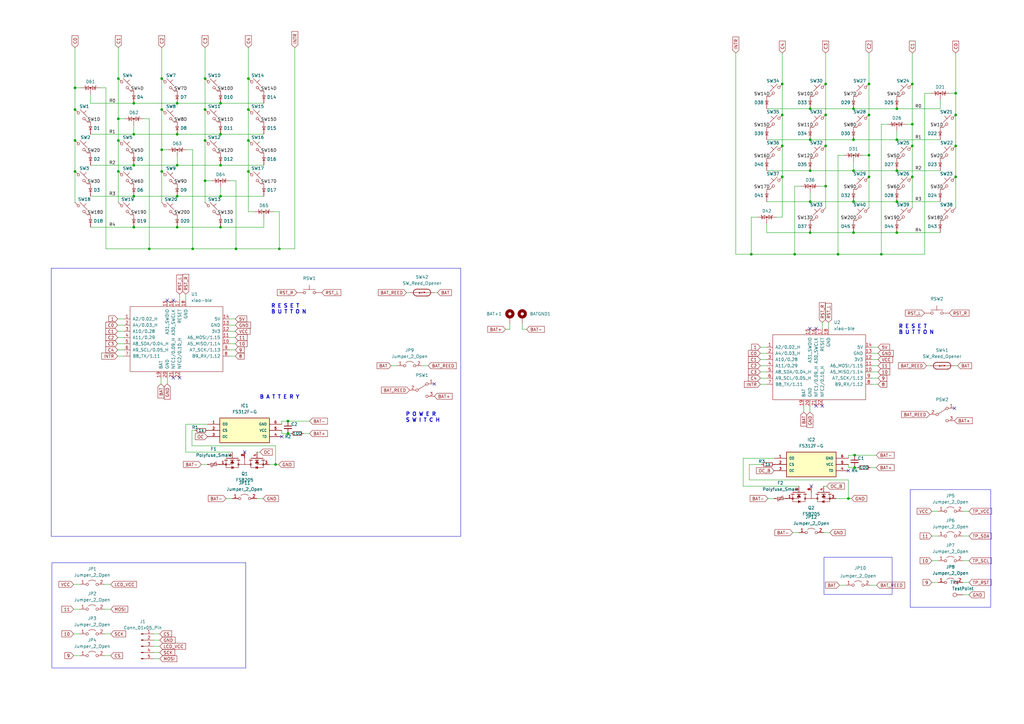
<source format=kicad_sch>
(kicad_sch (version 20230121) (generator eeschema)
  (paper "A3")
  (junction (at 374.19 50.95))
  (junction (at 350.52 191.77))
  (junction (at 90.45 80.48))
  (junction (at 356.41 47.14))
  (junction (at 30.76 36.03))
  (junction (at 361.49 104.29))
  (junction (at 308.15 104.29))
  (junction (at 325.93 104.29))
  (junction (at 332.28 57.3))
  (junction (at 338.63 47.14))
  (junction (at 66.32 44.92))
  (junction (at 118.11 172.72))
  (junction (at 90.45 55.08))
  (junction (at 30.76 57.62))
  (junction (at 356.41 34.44))
  (junction (at 367.84 44.6))
  (junction (at 48.54 48.73))
  (junction (at 48.54 70.32))
  (junction (at 347.98 204.47))
  (junction (at 66.32 70.32))
  (junction (at 48.54 57.62))
  (junction (at 332.28 95.4))
  (junction (at 101.88 70.32))
  (junction (at 374.19 34.44))
  (junction (at 79.02 102.07))
  (junction (at 367.84 57.3))
  (junction (at 72.67 42.38))
  (junction (at 367.84 70))
  (junction (at 101.88 57.62))
  (junction (at 320.85 59.84))
  (junction (at 84.1 74.13))
  (junction (at 338.63 34.44))
  (junction (at 332.28 44.6))
  (junction (at 320.85 34.44))
  (junction (at 90.45 93.18))
  (junction (at 113.03 190.5))
  (junction (at 391.97 72.54))
  (junction (at 350.06 44.6))
  (junction (at 48.54 32.22))
  (junction (at 391.97 38.25))
  (junction (at 374.19 72.54))
  (junction (at 114.58 102.07))
  (junction (at 332.28 70))
  (junction (at 350.06 70))
  (junction (at 118.11 177.8))
  (junction (at 54.89 67.78))
  (junction (at 54.89 55.08))
  (junction (at 350.52 186.69))
  (junction (at 320.85 47.14))
  (junction (at 90.45 67.78))
  (junction (at 61.24 102.07))
  (junction (at 350.06 82.7))
  (junction (at 54.89 80.48))
  (junction (at 338.63 76.35))
  (junction (at 356.41 63.65))
  (junction (at 84.1 57.62))
  (junction (at 66.32 61.43))
  (junction (at 72.67 67.78))
  (junction (at 367.84 95.4))
  (junction (at 90.45 42.38))
  (junction (at 350.06 57.3))
  (junction (at 54.89 42.38))
  (junction (at 367.84 82.7))
  (junction (at 72.67 80.48))
  (junction (at 101.88 32.22))
  (junction (at 72.67 93.18))
  (junction (at 96.8 102.07))
  (junction (at 391.97 59.84))
  (junction (at 72.67 55.08))
  (junction (at 66.32 32.22))
  (junction (at 343.71 104.29))
  (junction (at 338.63 59.84))
  (junction (at 54.89 93.18))
  (junction (at 332.28 82.7))
  (junction (at 356.41 72.54))
  (junction (at 84.1 44.92))
  (junction (at 320.85 72.54))
  (junction (at 30.76 44.92))
  (junction (at 391.97 47.14))
  (junction (at 84.1 32.22))
  (junction (at 374.19 59.84))
  (junction (at 30.76 70.32))
  (junction (at 350.06 95.4))
  (junction (at 101.88 44.92))
  (no_connect (at 347.98 193.04))
  (no_connect (at 332.74 199.39))
  (no_connect (at 337.27 166.51))
  (no_connect (at 334.73 166.51))
  (no_connect (at 178.16 157.46))
  (no_connect (at 391.48 167.46))
  (no_connect (at 73.66 154.94))
  (no_connect (at 334.73 134.76))
  (no_connect (at 115.57 179.07))
  (no_connect (at 332.19 134.76))
  (no_connect (at 71.12 123.19))
  (no_connect (at 71.12 154.94))
  (no_connect (at 68.58 123.19))
  (no_connect (at 100.33 185.42))
  (wire (pts (xy 115.57 176.53) (xy 115.57 177.8)))
  (wire (pts (xy 360.13 155.08) (xy 357.59 155.08)))
  (wire (pts (xy 66.04 157.48) (xy 66.04 154.94)))
  (wire (pts (xy 30.76 70.32) (xy 30.76 83.02)))
  (wire (pts (xy 325.12 218.44) (xy 327.66 218.44)))
  (wire (pts (xy 360.13 142.38) (xy 357.59 142.38)))
  (wire (pts (xy 339.09 199.39) (xy 337.82 199.39)))
  (wire (pts (xy 350.06 82.7) (xy 332.28 82.7)))
  (wire (pts (xy 54.89 42.38) (xy 72.67 42.38)))
  (wire (pts (xy 311.87 144.92) (xy 314.41 144.92)))
  (wire (pts (xy 101.88 32.22) (xy 101.88 44.92)))
  (wire (pts (xy 394.9 230) (xy 397.44 230)))
  (wire (pts (xy 90.45 80.48) (xy 108.23 80.48)))
  (wire (pts (xy 79.02 102.07) (xy 96.8 102.07)))
  (wire (pts (xy 48.26 140.97) (xy 50.8 140.97)))
  (wire (pts (xy 65.54 270.16) (xy 63 270.16)))
  (wire (pts (xy 382.2 219.84) (xy 384.74 219.84)))
  (wire (pts (xy 66.32 70.32) (xy 66.32 83.02)))
  (wire (pts (xy 66.32 44.92) (xy 66.32 61.43)))
  (wire (pts (xy 72.67 42.38) (xy 90.45 42.38)))
  (wire (pts (xy 48.54 48.73) (xy 51.08 48.73)))
  (wire (pts (xy 61.24 102.07) (xy 79.02 102.07)))
  (wire (pts (xy 367.84 53.49) (xy 367.84 57.3)))
  (wire (pts (xy 301.8 104.29) (xy 308.15 104.29)))
  (wire (pts (xy 96.52 138.43) (xy 93.98 138.43)))
  (wire (pts (xy 30.76 19.52) (xy 30.76 36.03)))
  (wire (pts (xy 374.19 50.95) (xy 374.19 59.84)))
  (wire (pts (xy 96.52 135.89) (xy 93.98 135.89)))
  (wire (pts (xy 37.11 42.38) (xy 54.89 42.38)))
  (wire (pts (xy 304.8 199.39) (xy 327.66 199.39)))
  (wire (pts (xy 339.81 132.22) (xy 339.81 134.76)))
  (wire (pts (xy 356.41 34.44) (xy 356.41 47.14)))
  (wire (pts (xy 37.11 93.18) (xy 54.89 93.18)))
  (wire (pts (xy 114.58 102.07) (xy 120.93 102.07)))
  (wire (pts (xy 320.85 21.74) (xy 320.85 34.44)))
  (wire (pts (xy 308.15 89.05) (xy 310.69 89.05)))
  (wire (pts (xy 382.2 209.68) (xy 384.74 209.68)))
  (wire (pts (xy 361.49 50.95) (xy 364.03 50.95)))
  (wire (pts (xy 360.13 150) (xy 357.59 150)))
  (wire (pts (xy 84.1 74.13) (xy 84.1 83.02)))
  (wire (pts (xy 48.54 32.22) (xy 48.54 48.73)))
  (wire (pts (xy 320.85 34.44) (xy 320.85 47.14)))
  (wire (pts (xy 30.76 57.62) (xy 30.76 70.32)))
  (wire (pts (xy 391.97 38.25) (xy 391.97 47.14)))
  (wire (pts (xy 66.32 61.43) (xy 68.86 61.43)))
  (wire (pts (xy 68.58 157.48) (xy 68.58 154.94)))
  (wire (pts (xy 113.03 190.5) (xy 114.3 190.5)))
  (wire (pts (xy 347.98 191.77) (xy 350.52 191.77)))
  (wire (pts (xy 343.71 63.65) (xy 343.71 104.29)))
  (wire (pts (xy 325.93 76.35) (xy 328.47 76.35)))
  (wire (pts (xy 30.18 260) (xy 32.72 260)))
  (wire (pts (xy 54.89 51.27) (xy 54.89 55.08)))
  (wire (pts (xy 314.96 204.47) (xy 317.5 204.47)))
  (wire (pts (xy 397.44 238.89) (xy 394.9 238.89)))
  (wire (pts (xy 325.93 76.35) (xy 325.93 104.29)))
  (wire (pts (xy 367.84 44.6) (xy 385.62 44.6)))
  (wire (pts (xy 90.45 76.67) (xy 90.45 80.48)))
  (wire (pts (xy 350.06 70) (xy 332.28 70)))
  (wire (pts (xy 325.93 104.29) (xy 343.71 104.29)))
  (wire (pts (xy 48.26 135.89) (xy 50.8 135.89)))
  (wire (pts (xy 76.2 173.99) (xy 85.09 173.99)))
  (wire (pts (xy 350.52 191.77) (xy 351.79 191.77)))
  (wire (pts (xy 367.84 70) (xy 350.06 70)))
  (wire (pts (xy 343.71 63.65) (xy 346.25 63.65)))
  (wire (pts (xy 101.88 57.62) (xy 101.88 70.32)))
  (wire (pts (xy 374.19 21.74) (xy 374.19 34.44)))
  (wire (pts (xy 76.2 120.65) (xy 76.2 123.19)))
  (wire (pts (xy 101.88 70.32) (xy 101.88 86.83)))
  (wire (pts (xy 48.26 130.81) (xy 50.8 130.81)))
  (wire (pts (xy 338.63 34.44) (xy 338.63 47.14)))
  (wire (pts (xy 332.28 78.89) (xy 332.28 82.7)))
  (wire (pts (xy 42.88 249.84) (xy 45.42 249.84)))
  (wire (pts (xy 72.67 63.97) (xy 72.67 67.78)))
  (wire (pts (xy 84.1 32.22) (xy 84.1 44.92)))
  (wire (pts (xy 166.73 120) (xy 168 120)))
  (wire (pts (xy 96.52 143.51) (xy 93.98 143.51)))
  (wire (pts (xy 314.5 91.59) (xy 314.5 95.4)))
  (wire (pts (xy 110.49 190.5) (xy 113.03 190.5)))
  (wire (pts (xy 48.54 48.73) (xy 48.54 57.62)))
  (wire (pts (xy 342.9 204.47) (xy 347.98 204.47)))
  (wire (pts (xy 96.8 74.13) (xy 96.8 102.07)))
  (wire (pts (xy 344.3 240) (xy 346.84 240)))
  (wire (pts (xy 84.1 44.92) (xy 84.1 57.62)))
  (wire (pts (xy 30.18 239.68) (xy 32.72 239.68)))
  (wire (pts (xy 311.87 147.46) (xy 314.41 147.46)))
  (wire (pts (xy 374.19 34.44) (xy 374.19 50.95)))
  (wire (pts (xy 391.97 38.25) (xy 389.43 38.25)))
  (wire (pts (xy 394.9 219.84) (xy 397.44 219.84)))
  (wire (pts (xy 304.8 199.39) (xy 304.8 187.96)))
  (wire (pts (xy 72.67 80.48) (xy 90.45 80.48)))
  (wire (pts (xy 42.88 260) (xy 45.42 260)))
  (wire (pts (xy 308.15 104.29) (xy 325.93 104.29)))
  (wire (pts (xy 113.03 182.88) (xy 113.03 190.5)))
  (wire (pts (xy 343.71 104.29) (xy 361.49 104.29)))
  (wire (pts (xy 90.45 55.08) (xy 108.23 55.08)))
  (wire (pts (xy 54.89 93.18) (xy 72.67 93.18)))
  (wire (pts (xy 338.63 21.74) (xy 338.63 34.44)))
  (wire (pts (xy 338.63 47.14) (xy 338.63 59.84)))
  (wire (pts (xy 367.84 70) (xy 385.62 70)))
  (wire (pts (xy 301.8 21.74) (xy 301.8 104.29)))
  (wire (pts (xy 90.45 93.18) (xy 108.23 93.18)))
  (wire (pts (xy 374.19 50.95) (xy 371.65 50.95)))
  (wire (pts (xy 43.46 102.07) (xy 61.24 102.07)))
  (wire (pts (xy 96.52 130.81) (xy 93.98 130.81)))
  (wire (pts (xy 350.06 57.3) (xy 332.28 57.3)))
  (wire (pts (xy 338.63 76.35) (xy 338.63 85.24)))
  (wire (pts (xy 382.2 230) (xy 384.74 230)))
  (wire (pts (xy 43.46 36.03) (xy 40.92 36.03)))
  (wire (pts (xy 96.52 140.97) (xy 93.98 140.97)))
  (wire (pts (xy 54.89 80.48) (xy 72.67 80.48)))
  (wire (pts (xy 320.85 89.05) (xy 318.31 89.05)))
  (wire (pts (xy 382.2 238.89) (xy 384.74 238.89)))
  (wire (pts (xy 73.66 120.65) (xy 73.66 123.19)))
  (wire (pts (xy 314.5 44.6) (xy 332.28 44.6)))
  (wire (pts (xy 106.68 185.42) (xy 105.41 185.42)))
  (wire (pts (xy 337.27 132.22) (xy 337.27 134.76)))
  (wire (pts (xy 61.24 48.73) (xy 61.24 102.07)))
  (wire (pts (xy 65.54 265.08) (xy 63 265.08)))
  (wire (pts (xy 48.26 138.43) (xy 50.8 138.43)))
  (wire (pts (xy 101.88 44.92) (xy 101.88 57.62)))
  (wire (pts (xy 361.49 104.29) (xy 379.27 104.29)))
  (wire (pts (xy 379.27 38.25) (xy 381.81 38.25)))
  (wire (pts (xy 54.89 67.78) (xy 72.67 67.78)))
  (wire (pts (xy 332.28 95.4) (xy 350.06 95.4)))
  (wire (pts (xy 350.06 95.4) (xy 367.84 95.4)))
  (wire (pts (xy 320.85 47.14) (xy 320.85 59.84)))
  (wire (pts (xy 78.74 176.53) (xy 80.01 176.53)))
  (wire (pts (xy 311.87 155.08) (xy 314.41 155.08)))
  (wire (pts (xy 311.87 150) (xy 314.41 150)))
  (wire (pts (xy 178.16 120) (xy 179.43 120)))
  (wire (pts (xy 347.98 190.5) (xy 347.98 191.77)))
  (wire (pts (xy 160.38 150) (xy 162.92 150)))
  (wire (pts (xy 79.02 61.43) (xy 76.48 61.43)))
  (wire (pts (xy 347.98 196.85) (xy 347.98 204.47)))
  (wire (pts (xy 78.74 176.53) (xy 78.74 182.88)))
  (wire (pts (xy 394.9 243.97) (xy 397.44 243.97)))
  (wire (pts (xy 311.87 152.54) (xy 314.41 152.54)))
  (wire (pts (xy 391.48 150) (xy 392.75 150)))
  (wire (pts (xy 308.15 89.05) (xy 308.15 104.29)))
  (wire (pts (xy 391.97 72.54) (xy 391.97 85.24)))
  (wire (pts (xy 48.54 57.62) (xy 48.54 70.32)))
  (wire (pts (xy 209.12 135.08) (xy 209.12 132.54)))
  (wire (pts (xy 360.13 144.92) (xy 357.59 144.92)))
  (wire (pts (xy 115.57 173.99) (xy 115.57 172.72)))
  (wire (pts (xy 84.1 74.13) (xy 86.64 74.13)))
  (wire (pts (xy 360.13 152.54) (xy 357.59 152.54)))
  (wire (pts (xy 96.8 74.13) (xy 94.26 74.13)))
  (wire (pts (xy 347.98 187.96) (xy 347.98 186.69)))
  (wire (pts (xy 314.5 95.4) (xy 332.28 95.4)))
  (wire (pts (xy 101.88 19.52) (xy 101.88 32.22)))
  (wire (pts (xy 48.26 133.35) (xy 50.8 133.35)))
  (wire (pts (xy 101.88 86.83) (xy 104.42 86.83)))
  (wire (pts (xy 380.05 150) (xy 381.32 150)))
  (wire (pts (xy 30.76 36.03) (xy 30.76 44.92)))
  (wire (pts (xy 175.62 150) (xy 173.08 150)))
  (wire (pts (xy 72.67 55.08) (xy 90.45 55.08)))
  (wire (pts (xy 30.18 249.84) (xy 32.72 249.84)))
  (wire (pts (xy 84.1 57.62) (xy 84.1 74.13)))
  (wire (pts (xy 108.23 89.37) (xy 108.23 93.18)))
  (wire (pts (xy 367.84 82.7) (xy 385.62 82.7)))
  (wire (pts (xy 78.74 182.88) (xy 113.03 182.88)))
  (wire (pts (xy 90.45 67.78) (xy 108.23 67.78)))
  (wire (pts (xy 45.42 268.89) (xy 42.88 268.89)))
  (wire (pts (xy 311.87 142.38) (xy 314.41 142.38)))
  (wire (pts (xy 332.28 82.7) (xy 314.5 82.7)))
  (wire (pts (xy 338.63 59.84) (xy 338.63 76.35)))
  (wire (pts (xy 367.84 57.3) (xy 385.62 57.3)))
  (wire (pts (xy 96.52 146.05) (xy 93.98 146.05)))
  (wire (pts (xy 379.27 38.25) (xy 379.27 104.29)))
  (wire (pts (xy 120.93 19.52) (xy 120.93 102.07)))
  (wire (pts (xy 214.2 132.54) (xy 214.2 135.08)))
  (wire (pts (xy 329.65 169.05) (xy 329.65 166.51)))
  (wire (pts (xy 367.84 82.7) (xy 350.06 82.7)))
  (wire (pts (xy 48.26 143.51) (xy 50.8 143.51)))
  (wire (pts (xy 30.76 44.92) (xy 30.76 57.62)))
  (wire (pts (xy 114.58 86.83) (xy 114.58 102.07)))
  (wire (pts (xy 65.54 262.54) (xy 63 262.54)))
  (wire (pts (xy 356.41 63.65) (xy 353.87 63.65)))
  (wire (pts (xy 105.41 204.47) (xy 107.95 204.47)))
  (wire (pts (xy 48.54 70.32) (xy 48.54 83.02)))
  (wire (pts (xy 72.67 67.78) (xy 90.45 67.78)))
  (wire (pts (xy 37.11 67.78) (xy 54.89 67.78)))
  (wire (pts (xy 48.26 146.05) (xy 50.8 146.05)))
  (wire (pts (xy 214.2 135.08) (xy 215.978 135.08)))
  (wire (pts (xy 360.13 157.62) (xy 357.59 157.62)))
  (wire (pts (xy 311.87 157.62) (xy 314.41 157.62)))
  (wire (pts (xy 65.54 260) (xy 63 260)))
  (wire (pts (xy 30.76 36.03) (xy 33.3 36.03)))
  (wire (pts (xy 43.46 36.03) (xy 43.46 102.07)))
  (wire (pts (xy 391.97 47.14) (xy 391.97 59.84)))
  (wire (pts (xy 320.85 72.54) (xy 320.85 89.05)))
  (wire (pts (xy 90.45 42.38) (xy 108.23 42.38)))
  (wire (pts (xy 79.02 61.43) (xy 79.02 102.07)))
  (wire (pts (xy 307.34 196.85) (xy 347.98 196.85)))
  (wire (pts (xy 45.42 239.68) (xy 42.88 239.68)))
  (wire (pts (xy 397.44 209.68) (xy 394.9 209.68)))
  (wire (pts (xy 92.71 204.47) (xy 95.25 204.47)))
  (wire (pts (xy 37.11 80.48) (xy 54.89 80.48)))
  (wire (pts (xy 359.54 240) (xy 357 240)))
  (wire (pts (xy 356.87 191.77) (xy 359.41 191.77)))
  (wire (pts (xy 37.11 38.57) (xy 37.11 42.38)))
  (wire (pts (xy 320.85 59.84) (xy 320.85 72.54)))
  (wire (pts (xy 84.1 19.52) (xy 84.1 32.22)))
  (wire (pts (xy 61.24 48.73) (xy 58.7 48.73)))
  (wire (pts (xy 356.41 47.14) (xy 356.41 63.65)))
  (wire (pts (xy 66.32 61.43) (xy 66.32 70.32)))
  (wire (pts (xy 367.84 95.4) (xy 385.62 95.4)))
  (wire (pts (xy 118.11 172.72) (xy 127 172.72)))
  (wire (pts (xy 65.54 267.62) (xy 63 267.62)))
  (wire (pts (xy 332.28 70) (xy 314.5 70)))
  (wire (pts (xy 367.84 57.3) (xy 350.06 57.3)))
  (wire (pts (xy 30.18 268.89) (xy 32.72 268.89)))
  (wire (pts (xy 96.52 133.35) (xy 93.98 133.35)))
  (wire (pts (xy 307.34 190.5) (xy 312.42 190.5)))
  (wire (pts (xy 337.82 218.44) (xy 340.36 218.44)))
  (wire (pts (xy 76.2 185.42) (xy 76.2 173.99)))
  (wire (pts (xy 356.41 63.65) (xy 356.41 72.54)))
  (wire (pts (xy 82.55 190.5) (xy 85.09 190.5)))
  (wire (pts (xy 54.89 55.08) (xy 72.67 55.08)))
  (wire (pts (xy 307.34 190.5) (xy 307.34 196.85)))
  (wire (pts (xy 37.11 55.08) (xy 54.89 55.08)))
  (wire (pts (xy 356.41 21.74) (xy 356.41 34.44)))
  (wire (pts (xy 118.11 177.8) (xy 119.38 177.8)))
  (wire (pts (xy 374.19 72.54) (xy 374.19 85.24)))
  (wire (pts (xy 350.06 44.6) (xy 367.84 44.6)))
  (wire (pts (xy 114.58 86.83) (xy 112.04 86.83)))
  (wire (pts (xy 356.41 72.54) (xy 356.41 85.24)))
  (wire (pts (xy 124.46 177.8) (xy 127 177.8)))
  (wire (pts (xy 350.52 186.69) (xy 359.41 186.69)))
  (wire (pts (xy 361.49 50.95) (xy 361.49 104.29)))
  (wire (pts (xy 332.28 57.3) (xy 314.5 57.3)))
  (wire (pts (xy 48.54 19.52) (xy 48.54 32.22)))
  (wire (pts (xy 115.57 177.8) (xy 118.11 177.8)))
  (wire (pts (xy 391.97 21.74) (xy 391.97 38.25)))
  (wire (pts (xy 207.342 135.08) (xy 209.12 135.08)))
  (wire (pts (xy 95.25 185.42) (xy 76.2 185.42)))
  (wire (pts (xy 72.67 93.18) (xy 90.45 93.18)))
  (wire (pts (xy 391.97 59.84) (xy 391.97 72.54)))
  (wire (pts (xy 96.8 102.07) (xy 114.58 102.07)))
  (wire (pts (xy 66.32 19.52) (xy 66.32 32.22)))
  (wire (pts (xy 338.63 76.35) (xy 336.09 76.35)))
  (wire (pts (xy 332.28 44.6) (xy 350.06 44.6)))
  (wire (pts (xy 115.57 172.72) (xy 118.11 172.72)))
  (wire (pts (xy 374.19 59.84) (xy 374.19 72.54)))
  (wire (pts (xy 332.19 169.05) (xy 332.19 166.51)))
  (wire (pts (xy 304.8 187.96) (xy 317.5 187.96)))
  (wire (pts (xy 350.06 66.19) (xy 350.06 70)))
  (wire (pts (xy 385.62 40.79) (xy 385.62 44.6)))
  (wire (pts (xy 66.32 32.22) (xy 66.32 44.92)))
  (wire (pts (xy 360.13 147.46) (xy 357.59 147.46)))
  (wire (pts (xy 347.98 186.69) (xy 350.52 186.69)))
  (wire (pts (xy 347.98 204.47) (xy 349.25 204.47)))
  (rectangle (start 373.31 200.79) (end 406.33 249.05))
  (rectangle (start 337.95 228.57) (end 365.89 243.81))
  (rectangle (start 21 110) (end 189 220))
  (rectangle (start 21.29 230.79) (end 100.8 273.97))
  (text "P O W E R\nS W I T C H" (at 166.33 173.31 0) (effects (font (size 1.5 1.5) (thickness 0.3) bold) (justify left bottom)))
  (text "B A T T E R Y" (at 106.426 163.83 0) (effects (font (size 1.5 1.5) (thickness 0.3) bold) (justify left bottom)))
  (text "R E S E T \nB U T T O N" (at 111.132 128.89 0) (effects (font (size 1.5 1.5) (thickness 0.3) bold) (justify left bottom)))
  (text "R E S E T \nB U T T O N" (at 368.512 137.3 0) (effects (font (size 1.5 1.5) (thickness 0.3) bold) (justify left bottom)))
  (label "SW11D" (at 89.18 50 0))
  (label "SW3D" (at 35.84 75.4 0))
  (label "R2" (at 44.73 67.78 0))
  (label "SW20D" (at 351.33 90.32 180))
  (label "SW13D" (at 333.55 90.32 180))
  (label "SW4D" (at 369.11 39.52 180))
  (label "SW7D" (at 351.33 39.52 180))
  (label "SW12D" (at 333.55 64.92 180))
  (label "SW19D" (at 53.62 88.1 0))
  (label "SW1D" (at 386.89 52.22 180))
  (label "R1" (at 44.73 55.08 0))
  (label "SW10D" (at 89.18 37.3 0))
  (label "SW18D" (at 386.89 90.32 180))
  (label "SW14D" (at 315.77 39.52 180))
  (label "SW7D" (at 71.4 37.3 0))
  (label "SW9D" (at 351.33 77.62 180))
  (label "SW18D" (at 35.84 88.1 0))
  (label "SW4D" (at 53.62 37.3 0))
  (label "SW3D" (at 386.89 77.62 180))
  (label "SW17D" (at 106.96 75.4 0))
  (label "SW2D" (at 386.89 64.92 180))
  (label "R0" (at 378 44.6 180))
  (label "SW11D" (at 333.55 52.22 180))
  (label "SW19D" (at 369.11 90.32 180))
  (label "SW20D" (at 71.4 88.1 0))
  (label "SW15D" (at 315.77 52.22 180))
  (label "R1" (at 378 57.3 180))
  (label "R4" (at 378 95.4 180))
  (label "SW12D" (at 89.18 62.7 0))
  (label "SW6D" (at 53.62 75.4 0))
  (label "SW16D" (at 315.77 64.92 180))
  (label "SW5D" (at 369.11 64.92 180))
  (label "R3" (at 378 82.7 180))
  (label "SW8D" (at 351.33 52.22 180))
  (label "SW13D" (at 89.18 88.1 0))
  (label "R2" (at 378 70 180))
  (label "SW8D" (at 71.4 50 0))
  (label "R4" (at 44.73 93.18 0))
  (label "SW15D" (at 106.96 50 0))
  (label "SW5D" (at 53.62 62.7 0))
  (label "R0" (at 44.73 42.38 0))
  (label "SW1D" (at 35.84 50 0))
  (label "SW17D" (at 315.77 77.62 180))
  (label "SW9D" (at 71.4 75.4 0))
  (label "SW2D" (at 35.84 62.7 0))
  (label "SW14D" (at 106.96 37.3 0))
  (label "SW6D" (at 369.11 77.62 180))
  (label "R3" (at 44.73 80.48 0))
  (label "SW10D" (at 333.55 39.52 180))
  (label "SW16D" (at 106.96 62.7 0))
  (global_label "9" (shape input) (at 360.13 155.08 0) (property "Intersheetrefs" "${INTERSHEET_REFS}" (effects hide)))
  (global_label "BAT-" (shape input) (at 82.55 190.5 180) (property "Intersheetrefs" "${INTERSHEET_REFS}" (effects hide)))
  (global_label "BAT+" (shape input) (at 178.16 162.54 0) (property "Intersheetrefs" "${INTERSHEET_REFS}" (effects hide)))
  (global_label "BAT-" (shape input) (at 314.96 204.47 180) (property "Intersheetrefs" "${INTERSHEET_REFS}" (effects hide)))
  (global_label "GND" (shape input) (at 332.19 169.05 270) (property "Intersheetrefs" "${INTERSHEET_REFS}" (effects hide)))
  (global_label "BAT_REED" (shape input) (at 380.05 150 180) (property "Intersheetrefs" "${INTERSHEET_REFS}" (effects hide)))
  (global_label "INTR" (shape input) (at 120.93 19.52 90) (property "Intersheetrefs" "${INTERSHEET_REFS}" (effects hide)))
  (global_label "1" (shape input) (at 311.87 142.38 180) (property "Intersheetrefs" "${INTERSHEET_REFS}" (effects hide)))
  (global_label "GND" (shape input) (at 397.44 243.97 0) (property "Intersheetrefs" "${INTERSHEET_REFS}" (effects hide)))
  (global_label "GND" (shape input) (at 107.95 204.47 0) (property "Intersheetrefs" "${INTERSHEET_REFS}" (effects hide)))
  (global_label "BAT_REED" (shape input) (at 168 160 180) (property "Intersheetrefs" "${INTERSHEET_REFS}" (effects hide)))
  (global_label "C3" (shape input) (at 311.87 152.54 180) (property "Intersheetrefs" "${INTERSHEET_REFS}" (effects hide)))
  (global_label "GND" (shape input) (at 65.54 262.54 0) (property "Intersheetrefs" "${INTERSHEET_REFS}" (effects hide)))
  (global_label "GND" (shape input) (at 360.13 144.92 0) (property "Intersheetrefs" "${INTERSHEET_REFS}" (effects hide)))
  (global_label "RST_L" (shape input) (at 379.18 128.41 180) (property "Intersheetrefs" "${INTERSHEET_REFS}" (effects hide)))
  (global_label "GND" (shape input) (at 340.36 218.44 0) (property "Intersheetrefs" "${INTERSHEET_REFS}" (effects hide)))
  (global_label "BAT" (shape input) (at 329.65 169.05 270) (property "Intersheetrefs" "${INTERSHEET_REFS}" (effects hide)))
  (global_label "BAT-" (shape input) (at 215.978 135.08 0) (property "Intersheetrefs" "${INTERSHEET_REFS}" (effects hide)))
  (global_label "C4" (shape input) (at 311.87 155.08 180) (property "Intersheetrefs" "${INTERSHEET_REFS}" (effects hide)))
  (global_label "BAT_REED" (shape input) (at 381.32 170 180) (property "Intersheetrefs" "${INTERSHEET_REFS}" (effects hide)))
  (global_label "C4" (shape input) (at 320.85 21.74 90) (property "Intersheetrefs" "${INTERSHEET_REFS}" (effects hide)))
  (global_label "RST_L" (shape input) (at 73.66 120.65 90) (property "Intersheetrefs" "${INTERSHEET_REFS}" (effects hide)))
  (global_label "5V" (shape input) (at 96.52 130.81 0) (property "Intersheetrefs" "${INTERSHEET_REFS}" (effects hide)))
  (global_label "BAT" (shape input) (at 392.75 150 0) (property "Intersheetrefs" "${INTERSHEET_REFS}" (effects hide)))
  (global_label "11" (shape input) (at 382.2 219.84 180) (property "Intersheetrefs" "${INTERSHEET_REFS}" (effects hide)))
  (global_label "11" (shape input) (at 96.52 138.43 0) (property "Intersheetrefs" "${INTERSHEET_REFS}" (effects hide)))
  (global_label "CS" (shape input) (at 45.42 268.89 0) (property "Intersheetrefs" "${INTERSHEET_REFS}" (effects hide)))
  (global_label "CS" (shape input) (at 65.54 260 0) (property "Intersheetrefs" "${INTERSHEET_REFS}" (effects hide)))
  (global_label "BAT_REED" (shape input) (at 166.73 120 180) (property "Intersheetrefs" "${INTERSHEET_REFS}" (effects hide)))
  (global_label "VCC" (shape input) (at 96.52 135.89 0) (property "Intersheetrefs" "${INTERSHEET_REFS}" (effects hide)))
  (global_label "C2" (shape input) (at 48.26 138.43 180) (property "Intersheetrefs" "${INTERSHEET_REFS}" (effects hide)))
  (global_label "8" (shape input) (at 96.52 146.05 0) (property "Intersheetrefs" "${INTERSHEET_REFS}" (effects hide)))
  (global_label "C0" (shape input) (at 48.26 133.35 180) (property "Intersheetrefs" "${INTERSHEET_REFS}" (effects hide)))
  (global_label "RST_R" (shape input) (at 121.8 120 180) (property "Intersheetrefs" "${INTERSHEET_REFS}" (effects hide)))
  (global_label "C2" (shape input) (at 311.87 150 180) (property "Intersheetrefs" "${INTERSHEET_REFS}" (effects hide)))
  (global_label "10" (shape input) (at 360.13 152.54 0) (property "Intersheetrefs" "${INTERSHEET_REFS}" (effects hide)))
  (global_label "BAT_REED" (shape input) (at 175.62 150 0) (property "Intersheetrefs" "${INTERSHEET_REFS}" (effects hide)))
  (global_label "OC" (shape input) (at 106.68 185.42 0) (property "Intersheetrefs" "${INTERSHEET_REFS}" (effects hide)))
  (global_label "INTR" (shape input) (at 301.8 21.74 90) (property "Intersheetrefs" "${INTERSHEET_REFS}" (effects hide)))
  (global_label "1" (shape input) (at 48.26 130.81 180) (property "Intersheetrefs" "${INTERSHEET_REFS}" (effects hide)))
  (global_label "BAT+" (shape input) (at 207.342 135.08 180) (property "Intersheetrefs" "${INTERSHEET_REFS}" (effects hide)))
  (global_label "C3" (shape input) (at 84.1 19.52 90) (property "Intersheetrefs" "${INTERSHEET_REFS}" (effects hide)))
  (global_label "BAT" (shape input) (at 160.38 150 180) (property "Intersheetrefs" "${INTERSHEET_REFS}" (effects hide)))
  (global_label "OC" (shape input) (at 85.09 179.07 180) (property "Intersheetrefs" "${INTERSHEET_REFS}" (effects hide)))
  (global_label "VCC" (shape input) (at 30.18 239.68 180) (property "Intersheetrefs" "${INTERSHEET_REFS}" (effects hide)))
  (global_label "GND" (shape input) (at 96.52 133.35 0) (property "Intersheetrefs" "${INTERSHEET_REFS}" (effects hide)))
  (global_label "C0" (shape input) (at 30.76 19.52 90) (property "Intersheetrefs" "${INTERSHEET_REFS}" (effects hide)))
  (global_label "RST_R" (shape input) (at 76.2 120.65 90) (property "Intersheetrefs" "${INTERSHEET_REFS}" (effects hide)))
  (global_label "RST_R" (shape input) (at 337.27 132.22 90) (property "Intersheetrefs" "${INTERSHEET_REFS}" (effects hide)))
  (global_label "GND" (shape input) (at 349.25 204.47 0) (property "Intersheetrefs" "${INTERSHEET_REFS}" (effects hide)))
  (global_label "INTR" (shape input) (at 48.26 146.05 180) (property "Intersheetrefs" "${INTERSHEET_REFS}" (effects hide)))
  (global_label "BAT-" (shape input) (at 359.41 186.69 0) (property "Intersheetrefs" "${INTERSHEET_REFS}" (effects hide)))
  (global_label "9" (shape input) (at 382.2 238.89 180) (property "Intersheetrefs" "${INTERSHEET_REFS}" (effects hide)))
  (global_label "BAT+" (shape input) (at 391.48 172.54 0) (property "Intersheetrefs" "${INTERSHEET_REFS}" (effects hide)))
  (global_label "BAT" (shape input) (at 66.04 157.48 270) (property "Intersheetrefs" "${INTERSHEET_REFS}" (effects hide)))
  (global_label "C0" (shape input) (at 391.97 21.74 90) (property "Intersheetrefs" "${INTERSHEET_REFS}" (effects hide)))
  (global_label "LCD_VCC" (shape input) (at 45.42 239.68 0) (property "Intersheetrefs" "${INTERSHEET_REFS}" (effects hide)))
  (global_label "C3" (shape input) (at 338.63 21.74 90) (property "Intersheetrefs" "${INTERSHEET_REFS}" (effects hide)))
  (global_label "BAT_REED" (shape input) (at 359.54 240 0) (property "Intersheetrefs" "${INTERSHEET_REFS}" (effects hide)))
  (global_label "C4" (shape input) (at 101.88 19.52 90) (property "Intersheetrefs" "${INTERSHEET_REFS}" (effects hide)))
  (global_label "SCK" (shape input) (at 65.54 267.62 0) (property "Intersheetrefs" "${INTERSHEET_REFS}" (effects hide)))
  (global_label "OC_B" (shape input) (at 339.09 199.39 0) (property "Intersheetrefs" "${INTERSHEET_REFS}" (effects hide)))
  (global_label "C4" (shape input) (at 48.26 143.51 180) (property "Intersheetrefs" "${INTERSHEET_REFS}" (effects hide)))
  (global_label "VCC" (shape input) (at 360.13 147.46 0) (property "Intersheetrefs" "${INTERSHEET_REFS}" (effects hide)))
  (global_label "11" (shape input) (at 360.13 150 0) (property "Intersheetrefs" "${INTERSHEET_REFS}" (effects hide)))
  (global_label "C2" (shape input) (at 356.41 21.74 90) (property "Intersheetrefs" "${INTERSHEET_REFS}" (effects hide)))
  (global_label "9" (shape input) (at 96.52 143.51 0) (property "Intersheetrefs" "${INTERSHEET_REFS}" (effects hide)))
  (global_label "RST_R" (shape input) (at 389.34 128.41 0) (property "Intersheetrefs" "${INTERSHEET_REFS}" (effects hide)))
  (global_label "C1" (shape input) (at 311.87 147.46 180) (property "Intersheetrefs" "${INTERSHEET_REFS}" (effects hide)))
  (global_label "C1" (shape input) (at 374.19 21.74 90) (property "Intersheetrefs" "${INTERSHEET_REFS}" (effects hide)))
  (global_label "8" (shape input) (at 360.13 157.62 0) (property "Intersheetrefs" "${INTERSHEET_REFS}" (effects hide)))
  (global_label "C3" (shape input) (at 48.26 140.97 180) (property "Intersheetrefs" "${INTERSHEET_REFS}" (effects hide)))
  (global_label "C2" (shape input) (at 66.32 19.52 90) (property "Intersheetrefs" "${INTERSHEET_REFS}" (effects hide)))
  (global_label "C0" (shape input) (at 311.87 144.92 180) (property "Intersheetrefs" "${INTERSHEET_REFS}" (effects hide)))
  (global_label "RST_L" (shape input) (at 339.81 132.22 90) (property "Intersheetrefs" "${INTERSHEET_REFS}" (effects hide)))
  (global_label "TP_SDA" (shape input) (at 397.44 219.84 0) (property "Intersheetrefs" "${INTERSHEET_REFS}" (effects hide)))
  (global_label "OC_B" (shape input) (at 317.5 193.04 180) (property "Intersheetrefs" "${INTERSHEET_REFS}" (effects hide)))
  (global_label "C1" (shape input) (at 48.54 19.52 90) (property "Intersheetrefs" "${INTERSHEET_REFS}" (effects hide)))
  (global_label "BAT" (shape input) (at 344.3 240 180) (property "Intersheetrefs" "${INTERSHEET_REFS}" (effects hide)))
  (global_label "SCK" (shape input) (at 45.42 260 0) (property "Intersheetrefs" "${INTERSHEET_REFS}" (effects hide)))
  (global_label "GND" (shape input) (at 68.58 157.48 270) (property "Intersheetrefs" "${INTERSHEET_REFS}" (effects hide)))
  (global_label "BAT-" (shape input) (at 127 172.72 0) (property "Intersheetrefs" "${INTERSHEET_REFS}" (effects hide)))
  (global_label "LCD_VCC" (shape input) (at 65.54 265.08 0) (property "Intersheetrefs" "${INTERSHEET_REFS}" (effects hide)))
  (global_label "10" (shape input) (at 96.52 140.97 0) (property "Intersheetrefs" "${INTERSHEET_REFS}" (effects hide)))
  (global_label "MOSI" (shape input) (at 45.42 249.84 0) (property "Intersheetrefs" "${INTERSHEET_REFS}" (effects hide)))
  (global_label "GND" (shape input) (at 114.3 190.5 0) (property "Intersheetrefs" "${INTERSHEET_REFS}" (effects hide)))
  (global_label "BAT+" (shape input) (at 127 177.8 0) (property "Intersheetrefs" "${INTERSHEET_REFS}" (effects hide)))
  (global_label "TP_RST" (shape input) (at 397.44 238.89 0) (property "Intersheetrefs" "${INTERSHEET_REFS}" (effects hide)))
  (global_label "VCC" (shape input) (at 382.2 209.68 180) (property "Intersheetrefs" "${INTERSHEET_REFS}" (effects hide)))
  (global_label "10" (shape input) (at 382.2 230 180) (property "Intersheetrefs" "${INTERSHEET_REFS}" (effects hide)))
  (global_label "11" (shape input) (at 30.18 249.84 180) (property "Intersheetrefs" "${INTERSHEET_REFS}" (effects hide)))
  (global_label "INTR" (shape input) (at 311.87 157.62 180) (property "Intersheetrefs" "${INTERSHEET_REFS}" (effects hide)))
  (global_label "5V" (shape input) (at 360.13 142.38 0) (property "Intersheetrefs" "${INTERSHEET_REFS}" (effects hide)))
  (global_label "BAT-" (shape input) (at 92.71 204.47 180) (property "Intersheetrefs" "${INTERSHEET_REFS}" (effects hide)))
  (global_label "TP_SCL" (shape input) (at 397.44 230 0) (property "Intersheetrefs" "${INTERSHEET_REFS}" (effects hide)))
  (global_label "RST_L" (shape input) (at 131.96 120 0) (property "Intersheetrefs" "${INTERSHEET_REFS}" (effects hide)))
  (global_label "MOSI" (shape input) (at 65.54 270.16 0) (property "Intersheetrefs" "${INTERSHEET_REFS}" (effects hide)))
  (global_label "10" (shape input) (at 30.18 260 180) (property "Intersheetrefs" "${INTERSHEET_REFS}" (effects hide)))
  (global_label "9" (shape input) (at 30.18 268.89 180) (property "Intersheetrefs" "${INTERSHEET_REFS}" (effects hide)))
  (global_label "BAT+" (shape input) (at 359.41 191.77 0) (property "Intersheetrefs" "${INTERSHEET_REFS}" (effects hide)))
  (global_label "BAT" (shape input) (at 179.43 120 0) (property "Intersheetrefs" "${INTERSHEET_REFS}" (effects hide)))
  (global_label "TP_VCC" (shape input) (at 397.44 209.68 0) (property "Intersheetrefs" "${INTERSHEET_REFS}" (effects hide)))
  (global_label "C1" (shape input) (at 48.26 135.89 180) (property "Intersheetrefs" "${INTERSHEET_REFS}" (effects hide)))
  (global_label "BAT-" (shape input) (at 325.12 218.44 180) (property "Intersheetrefs" "${INTERSHEET_REFS}" (effects hide)))
  (symbol (lib_id "Custom_Symbols:1N4148W") (at 332.28 67.46 270) (mirror x) (unit 1)
    (property "Reference" "D35" (at 331.01 67.46 90) (effects (justify right)))
    (property "Value" "1N4148W" (effects hide))
    (property "Footprint" "Diode_SMD:D_SOD-523" (effects hide))
    (property "Datasheet" "https://www.vishay.com/docs/85748/1n4148w.pdf" (effects hide))
    (property "Sim.Pins" "1=K 2=A" (effects hide))
    (property "Sim.Device" "D" (effects hide))
  )
  (symbol (lib_id "Custom_Symbols:FS8205") (at 100.33 190.5 270) (unit 1)
    (property "Reference" "Q1" (at 100.33 194.31 90))
    (property "Value" "FS8205" (at 100.33 196.85 90))
    (property "Footprint" "Custom_Footprints:SOT23-6" (effects hide))
    (property "MF" "Fortune Semiconductor" (effects hide))
    (property "MAXIMUM_PACKAGE_HEIGHT" "1.45mm" (effects hide))
    (property "Package" "Package" (effects hide))
    (property "Price" "None" (effects hide))
    (property "Check_prices" "https://www.snapeda.com/parts/FS8205/Fortune+Semiconductor/view-part/?ref=eda" (effects hide))
    (property "STANDARD" "IPC-7351B" (effects hide))
    (property "PARTREV" "1.9" (effects hide))
    (property "SnapEDA_Link" "https://www.snapeda.com/parts/FS8205/Fortune+Semiconductor/view-part/?ref=snap" (effects hide))
    (property "MP" "FS8205" (effects hide))
    (property "Description" "\nDual N-Channel Enhancement Mode Power MOSFET\n" (effects hide))
    (property "Availability" "Not in stock" (effects hide))
    (property "MANUFACTURER" "Fortune" (effects hide))
  )
  (symbol (lib_id "Jumper:Jumper_2_Open") (at 389.82 209.68 0) (unit 1)
    (property "Reference" "JP5" (at 389.82 203.33 0))
    (property "Value" "Jumper_2_Open" (at 389.82 205.87 0))
    (property "Footprint" "Jumper:SolderJumper-2_P1.3mm_Open_TrianglePad1.0x1.5mm" (effects hide))
  )
  (symbol (lib_id "Switch:SW_Push_45deg") (at 51.08 34.76 0) (unit 1)
    (property "Reference" "SW4" (at 52.35 30.95 0))
    (property "Value" "SW_Push_45deg" (effects hide))
    (property "Footprint" "Custom_Footprints:Choc_handsolder" (effects hide))
  )
  (symbol (lib_id "Custom_Symbols:1N4148W") (at 314.5 67.46 270) (mirror x) (unit 1)
    (property "Reference" "D40" (at 313.23 67.46 90) (effects (justify right)))
    (property "Value" "1N4148W" (effects hide))
    (property "Footprint" "Diode_SMD:D_SOD-523" (effects hide))
    (property "Datasheet" "https://www.vishay.com/docs/85748/1n4148w.pdf" (effects hide))
    (property "Sim.Pins" "1=K 2=A" (effects hide))
    (property "Sim.Device" "D" (effects hide))
  )
  (symbol (lib_id "Custom_Symbols:1N4148W") (at 72.67 52.54 90) (unit 1)
    (property "Reference" "D8" (at 73.94 52.54 90) (effects (justify right)))
    (property "Value" "1N4148W" (effects hide))
    (property "Footprint" "Diode_SMD:D_SOD-523" (effects hide))
    (property "Datasheet" "https://www.vishay.com/docs/85748/1n4148w.pdf" (effects hide))
    (property "Sim.Pins" "1=K 2=A" (effects hide))
    (property "Sim.Device" "D" (effects hide))
  )
  (symbol (lib_id "Custom_Symbols:1N4148W") (at 385.62 92.86 270) (mirror x) (unit 1)
    (property "Reference" "D43" (at 384.35 92.86 90) (effects (justify right)))
    (property "Value" "1N4148W" (effects hide))
    (property "Footprint" "Diode_SMD:D_SOD-523" (effects hide))
    (property "Datasheet" "https://www.vishay.com/docs/85748/1n4148w.pdf" (effects hide))
    (property "Sim.Pins" "1=K 2=A" (effects hide))
    (property "Sim.Device" "D" (effects hide))
  )
  (symbol (lib_id "Switch:SW_Push_45deg") (at 104.42 72.86 0) (unit 1)
    (property "Reference" "SW17" (at 105.69 69.05 0))
    (property "Value" "SW_Push_45deg" (effects hide))
    (property "Footprint" "Custom_Footprints:Kailh_socket_PG1350_optional" (effects hide))
  )
  (symbol (lib_id "Custom_Symbols:1N4148W") (at 314.5 42.06 270) (mirror x) (unit 1)
    (property "Reference" "D38" (at 313.23 42.06 90) (effects (justify right)))
    (property "Value" "1N4148W" (effects hide))
    (property "Footprint" "Diode_SMD:D_SOD-523" (effects hide))
    (property "Datasheet" "https://www.vishay.com/docs/85748/1n4148w.pdf" (effects hide))
    (property "Sim.Pins" "1=K 2=A" (effects hide))
    (property "Sim.Device" "D" (effects hide))
  )
  (symbol (lib_id "Device:Polyfuse_Small") (at 87.63 190.5 90) (unit 1)
    (property "Reference" "F1" (at 87.63 184.15 90))
    (property "Value" "Polyfuse_Small" (at 87.63 186.69 90))
    (property "Footprint" "Custom_Footprints:0805_plain" (effects hide))
  )
  (symbol (lib_id "Switch:SW_Push_45deg") (at 33.3 47.46 0) (unit 1)
    (property "Reference" "SW1" (at 34.57 43.65 0))
    (property "Value" "SW_Push_45deg" (effects hide))
    (property "Footprint" "Custom_Footprints:Kailh_socket_PG1350_optional_connected" (effects hide))
  )
  (symbol (lib_id "Custom_Symbols:1N4148W") (at 385.62 67.46 270) (mirror x) (unit 1)
    (property "Reference" "D23" (at 384.35 67.46 90) (effects (justify right)))
    (property "Value" "1N4148W" (effects hide))
    (property "Footprint" "Diode_SMD:D_SOD-523" (effects hide))
    (property "Datasheet" "https://www.vishay.com/docs/85748/1n4148w.pdf" (effects hide))
    (property "Sim.Pins" "1=K 2=A" (effects hide))
    (property "Sim.Device" "D" (effects hide))
  )
  (symbol (lib_id "Switch:SW_Push_45deg") (at 68.86 85.56 0) (unit 1)
    (property "Reference" "SW20" (at 70.13 81.75 0))
    (property "Value" "SW_Push_45deg" (effects hide))
    (property "Footprint" "Custom_Footprints:Kailh_socket_PG1350_optional_connected" (effects hide))
  )
  (symbol (lib_id "Switch:SW_Push_45deg") (at 371.65 75.08 0) (mirror y) (unit 1)
    (property "Reference" "SW26" (at 370.38 71.27 0))
    (property "Value" "SW_Push_45deg" (effects hide))
    (property "Footprint" "Custom_Footprints:Kailh_socket_PG1350_optional_connected" (effects hide))
  )
  (symbol (lib_id "Switch:SW_Push_45deg") (at 389.43 62.38 0) (mirror y) (unit 1)
    (property "Reference" "SW22" (at 385.62 58.57 0) (effects (justify right)))
    (property "Footprint" "Custom_Footprints:Choc_handsolder" (effects hide))
  )
  (symbol (lib_id "mcu:xiao-ble") (at 72.39 138.43 0) (unit 1)
    (property "Reference" "U1" (at 78.3941 120.65 0) (effects (justify left)))
    (property "Value" "xiao-ble" (at 78.3941 123.19 0) (effects (justify left)))
    (property "Footprint" "mcu:xiao-ble-smd-cutout" (effects hide))
  )
  (symbol (lib_id "Custom_Symbols:1N4148W") (at 367.84 67.46 270) (mirror x) (unit 1)
    (property "Reference" "D27" (at 366.57 67.46 90) (effects (justify right)))
    (property "Value" "1N4148W" (effects hide))
    (property "Footprint" "Diode_SMD:D_SOD-523" (effects hide))
    (property "Datasheet" "https://www.vishay.com/docs/85748/1n4148w.pdf" (effects hide))
    (property "Sim.Pins" "1=K 2=A" (effects hide))
    (property "Sim.Device" "D" (effects hide))
  )
  (symbol (lib_id "Switch:SW_Push_45deg") (at 104.42 60.16 0) (unit 1)
    (property "Reference" "SW16" (at 105.69 56.35 0))
    (property "Value" "SW_Push_45deg" (effects hide))
    (property "Footprint" "Custom_Footprints:Kailh_socket_PG1350_optional" (effects hide))
  )
  (symbol (lib_id "Jumper:Jumper_2_Open") (at 389.82 219.84 0) (unit 1)
    (property "Reference" "JP6" (at 389.82 213.49 0))
    (property "Value" "Jumper_2_Open" (at 389.82 216.03 0))
    (property "Footprint" "Jumper:SolderJumper-2_P1.3mm_Open_TrianglePad1.0x1.5mm" (effects hide))
  )
  (symbol (lib_id "Custom_Symbols:1N4148W") (at 385.62 54.76 270) (mirror x) (unit 1)
    (property "Reference" "D22" (at 384.35 54.76 90) (effects (justify right)))
    (property "Value" "1N4148W" (effects hide))
    (property "Footprint" "Diode_SMD:D_SOD-523" (effects hide))
    (property "Datasheet" "https://www.vishay.com/docs/85748/1n4148w.pdf" (effects hide))
    (property "Sim.Pins" "1=K 2=A" (effects hide))
    (property "Sim.Device" "D" (effects hide))
  )
  (symbol (lib_id "Connector:Conn_01x05_Pin") (at 57.92 265.08 0) (unit 1)
    (property "Reference" "J1" (at 58.555 254.92 0))
    (property "Value" "Conn_01x05_Pin" (at 58.555 257.46 0))
    (property "Footprint" "Custom_Footprints:nice!view" (effects hide))
  )
  (symbol (lib_id "Custom_Symbols:1N4148W") (at 350.06 92.86 270) (mirror x) (unit 1)
    (property "Reference" "D45" (at 348.79 92.86 90) (effects (justify right)))
    (property "Value" "1N4148W" (effects hide))
    (property "Footprint" "Diode_SMD:D_SOD-523" (effects hide))
    (property "Datasheet" "https://www.vishay.com/docs/85748/1n4148w.pdf" (effects hide))
    (property "Sim.Pins" "1=K 2=A" (effects hide))
    (property "Sim.Device" "D" (effects hide))
  )
  (symbol (lib_id "Device:Polyfuse_Small") (at 320.04 204.47 90) (unit 1)
    (property "Reference" "F2" (at 320.04 198.12 90))
    (property "Value" "Polyfuse_Small" (at 320.04 200.66 90))
    (property "Footprint" "Custom_Footprints:0805_plain" (effects hide))
  )
  (symbol (lib_id "Custom_Symbols:1N4148W") (at 37.11 77.94 90) (unit 1)
    (property "Reference" "D3" (at 38.38 77.94 90) (effects (justify right)))
    (property "Value" "1N4148W" (effects hide))
    (property "Footprint" "Diode_SMD:D_SOD-523" (effects hide))
    (property "Datasheet" "https://www.vishay.com/docs/85748/1n4148w.pdf" (effects hide))
    (property "Sim.Pins" "1=K 2=A" (effects hide))
    (property "Sim.Device" "D" (effects hide))
  )
  (symbol (lib_id "Custom_Symbols:1N4148W") (at 108.23 52.54 90) (unit 1)
    (property "Reference" "D15" (at 109.5 52.54 90) (effects (justify right)))
    (property "Value" "1N4148W" (effects hide))
    (property "Footprint" "Diode_SMD:D_SOD-523" (effects hide))
    (property "Datasheet" "https://www.vishay.com/docs/85748/1n4148w.pdf" (effects hide))
    (property "Sim.Pins" "1=K 2=A" (effects hide))
    (property "Sim.Device" "D" (effects hide))
  )
  (symbol (lib_id "Switch:SW_Push_45deg") (at 353.87 49.68 0) (mirror y) (unit 1)
    (property "Reference" "SW28" (at 352.6 45.87 0))
    (property "Value" "SW_Push_45deg" (effects hide))
    (property "Footprint" "Custom_Footprints:Kailh_socket_PG1350_optional_connected" (effects hide))
  )
  (symbol (lib_id "Jumper:Jumper_2_Open") (at 37.8 239.68 0) (unit 1)
    (property "Reference" "JP1" (at 37.8 233.33 0))
    (property "Value" "Jumper_2_Open" (at 37.8 235.87 0))
    (property "Footprint" "Jumper:SolderJumper-2_P1.3mm_Open_TrianglePad1.0x1.5mm" (effects hide))
  )
  (symbol (lib_id "Jumper:Jumper_2_Open") (at 37.8 260 0) (unit 1)
    (property "Reference" "JP3" (at 37.8 253.65 0))
    (property "Value" "Jumper_2_Open" (at 37.8 256.19 0))
    (property "Footprint" "Jumper:SolderJumper-2_P1.3mm_Open_TrianglePad1.0x1.5mm" (effects hide))
  )
  (symbol (lib_id "Switch:SW_Reed_Opener") (at 386.4 150 0) (unit 1)
    (property "Reference" "SW41" (at 386.4 143.65 0))
    (property "Value" "SW_Reed_Opener" (at 386.4 146.19 0))
    (property "Footprint" "Custom_Footprints:Reed_Switch" (effects hide))
  )
  (symbol (lib_id "Custom_Symbols:BAT54A") (at 314.5 89.05 0) (mirror y) (unit 1)
    (property "Reference" "D42" (at 314.5 86.51 0))
    (property "Value" "BAT54A" (effects hide))
    (property "Footprint" "Package_TO_SOT_SMD:SOT-23" (effects hide))
    (property "Datasheet" "http://www.diodes.com/_files/datasheets/ds11005.pdf" (effects hide))
  )
  (symbol (lib_id "Custom_Symbols:1N4148W") (at 350.06 80.16 270) (mirror x) (unit 1)
    (property "Reference" "D32" (at 348.79 80.16 90) (effects (justify right)))
    (property "Value" "1N4148W" (effects hide))
    (property "Footprint" "Diode_SMD:D_SOD-523" (effects hide))
    (property "Datasheet" "https://www.vishay.com/docs/85748/1n4148w.pdf" (effects hide))
    (property "Sim.Pins" "1=K 2=A" (effects hide))
    (property "Sim.Device" "D" (effects hide))
  )
  (symbol (lib_id "Custom_Symbols:BAT54A") (at 385.62 38.25 0) (mirror y) (unit 1)
    (property "Reference" "D21" (at 385.62 35.71 0))
    (property "Value" "BAT54A" (effects hide))
    (property "Footprint" "Package_TO_SOT_SMD:SOT-23" (effects hide))
    (property "Datasheet" "http://www.diodes.com/_files/datasheets/ds11005.pdf" (effects hide))
  )
  (symbol (lib_id "Custom_Symbols:1N4148W") (at 90.45 90.64 90) (unit 1)
    (property "Reference" "D13" (at 91.72 90.64 90) (effects (justify right)))
    (property "Value" "1N4148W" (effects hide))
    (property "Footprint" "Diode_SMD:D_SOD-523" (effects hide))
    (property "Datasheet" "https://www.vishay.com/docs/85748/1n4148w.pdf" (effects hide))
    (property "Sim.Pins" "1=K 2=A" (effects hide))
    (property "Sim.Device" "D" (effects hide))
  )
  (symbol (lib_id "Custom_Symbols:BAT54A") (at 350.06 63.65 0) (mirror y) (unit 1)
    (property "Reference" "D31" (at 350.06 61.11 0))
    (property "Value" "BAT54A" (effects hide))
    (property "Footprint" "Package_TO_SOT_SMD:SOT-23" (effects hide))
    (property "Datasheet" "http://www.diodes.com/_files/datasheets/ds11005.pdf" (effects hide))
  )
  (symbol (lib_id "mcu:xiao-ble") (at 336 150 0) (unit 1)
    (property "Reference" "U2" (at 342.0041 132.22 0) (effects (justify left)))
    (property "Value" "xiao-ble" (at 342.0041 134.76 0) (effects (justify left)))
    (property "Footprint" "mcu:xiao-ble-smd-cutout" (effects hide))
  )
  (symbol (lib_id "Device:R_Small") (at 354.33 191.77 90) (unit 1)
    (property "Reference" "R4" (at 350.52 193.04 90))
    (property "Value" "100" (at 354.33 191.77 90))
    (property "Footprint" "Custom_Footprints:0805_plain" (effects hide))
  )
  (symbol (lib_id "Switch:SW_Push_45deg") (at 389.43 87.78 0) (mirror y) (unit 1)
    (property "Reference" "SW38" (at 388.16 83.97 0))
    (property "Value" "SW_Push_45deg" (effects hide))
    (property "Footprint" "Custom_Footprints:Kailh_socket_PG1350_optional" (effects hide))
  )
  (symbol (lib_id "Mechanical:MountingHole_Pad") (at 209.12 130 0) (unit 1)
    (property "Reference" "BAT+1" (at 205.818 128.73 0) (effects (justify right)))
    (property "Value" "+" (effects hide))
    (property "Footprint" "Custom_Footprints:BatteryPad" (effects hide))
  )
  (symbol (lib_id "Switch:SW_Push_45deg") (at 33.3 60.16 0) (unit 1)
    (property "Reference" "SW2" (at 37.11 56.35 0) (effects (justify right)))
    (property "Footprint" "Custom_Footprints:Choc_handsolder" (effects hide))
  )
  (symbol (lib_id "Device:C_Small") (at 118.11 175.26 0) (unit 1)
    (property "Reference" "C2" (at 119.38 173.99 0) (effects (justify left)))
    (property "Value" "100nF" (effects hide))
    (property "Footprint" "Custom_Footprints:0805_plain" (effects hide))
  )
  (symbol (lib_id "Custom_Symbols:BAT54A") (at 108.23 86.83 0) (unit 1)
    (property "Reference" "D65" (at 108.23 84.29 0))
    (property "Value" "BAT54A" (effects hide))
    (property "Footprint" "Package_TO_SOT_SMD:SOT-23" (effects hide))
    (property "Datasheet" "http://www.diodes.com/_files/datasheets/ds11005.pdf" (effects hide))
  )
  (symbol (lib_id "Custom_Symbols:1N4148W") (at 54.89 77.94 90) (unit 1)
    (property "Reference" "D6" (at 56.16 77.94 90) (effects (justify right)))
    (property "Value" "1N4148W" (effects hide))
    (property "Footprint" "Diode_SMD:D_SOD-523" (effects hide))
    (property "Datasheet" "https://www.vishay.com/docs/85748/1n4148w.pdf" (effects hide))
    (property "Sim.Pins" "1=K 2=A" (effects hide))
    (property "Sim.Device" "D" (effects hide))
  )
  (symbol (lib_id "Switch:SW_Push_45deg") (at 318.31 49.68 0) (mirror y) (unit 1)
    (property "Reference" "SW35" (at 317.04 45.87 0))
    (property "Value" "SW_Push_45deg" (effects hide))
    (property "Footprint" "Custom_Footprints:Kailh_socket_PG1350_optional" (effects hide))
  )
  (symbol (lib_id "Custom_Symbols:1N4148W") (at 367.84 80.16 270) (mirror x) (unit 1)
    (property "Reference" "D28" (at 366.57 80.16 90) (effects (justify right)))
    (property "Value" "1N4148W" (effects hide))
    (property "Footprint" "Diode_SMD:D_SOD-523" (effects hide))
    (property "Datasheet" "https://www.vishay.com/docs/85748/1n4148w.pdf" (effects hide))
    (property "Sim.Pins" "1=K 2=A" (effects hide))
    (property "Sim.Device" "D" (effects hide))
  )
  (symbol (lib_id "Custom_Symbols:1N4148W") (at 90.45 52.54 90) (unit 1)
    (property "Reference" "D11" (at 91.72 52.54 90) (effects (justify right)))
    (property "Value" "1N4148W" (effects hide))
    (property "Footprint" "Diode_SMD:D_SOD-523" (effects hide))
    (property "Datasheet" "https://www.vishay.com/docs/85748/1n4148w.pdf" (effects hide))
    (property "Sim.Pins" "1=K 2=A" (effects hide))
    (property "Sim.Device" "D" (effects hide))
  )
  (symbol (lib_id "Switch:SW_SPDT") (at 173.08 160 0) (unit 1)
    (property "Reference" "PSW1" (at 173.08 153.904 0))
    (property "Value" "SW_SPDT" (effects hide))
    (property "Footprint" "Custom_Footprints:MSK12C02" (effects hide))
  )
  (symbol (lib_id "Switch:SW_Push_45deg") (at 86.64 34.76 0) (unit 1)
    (property "Reference" "SW10" (at 87.91 30.95 0))
    (property "Value" "SW_Push_45deg" (effects hide))
    (property "Footprint" "Custom_Footprints:Kailh_socket_PG1350_optional" (effects hide))
  )
  (symbol (lib_id "Switch:SW_Push_45deg") (at 51.08 85.56 0) (unit 1)
    (property "Reference" "SW19" (at 52.35 81.75 0))
    (property "Value" "SW_Push_45deg" (effects hide))
    (property "Footprint" "Custom_Footprints:Kailh_socket_PG1350_optional_connected" (effects hide))
  )
  (symbol (lib_id "Custom_Symbols:1N4148W") (at 314.5 54.76 270) (mirror x) (unit 1)
    (property "Reference" "D39" (at 313.23 54.76 90) (effects (justify right)))
    (property "Value" "1N4148W" (effects hide))
    (property "Footprint" "Diode_SMD:D_SOD-523" (effects hide))
    (property "Datasheet" "https://www.vishay.com/docs/85748/1n4148w.pdf" (effects hide))
    (property "Sim.Pins" "1=K 2=A" (effects hide))
    (property "Sim.Device" "D" (effects hide))
  )
  (symbol (lib_id "Switch:SW_Push_45deg") (at 68.86 47.46 0) (unit 1)
    (property "Reference" "SW8" (at 70.13 43.65 0))
    (property "Value" "SW_Push_45deg" (effects hide))
    (property "Footprint" "Custom_Footprints:Kailh_socket_PG1350_optional_connected" (effects hide))
  )
  (symbol (lib_id "Switch:SW_Push") (at 126.88 120 0) (unit 1)
    (property "Reference" "RSW1" (at 126.88 114.158 0))
    (property "Value" "SW_Push" (effects hide))
    (property "Footprint" "Custom_Footprints:SKHLLCA010" (effects hide))
  )
  (symbol (lib_id "Custom_Symbols:FS312F-G") (at 332.74 190.5 0) (unit 1)
    (property "Reference" "IC2" (at 332.74 180.34 0))
    (property "Value" "FS312F-G" (at 332.74 182.88 0))
    (property "Footprint" "Custom_Footprints:SOT23-6" (effects hide))
    (property "MF" "Fortune Semiconductor" (effects hide))
    (property "Description" "\n" (effects hide))
    (property "Package" "Package" (effects hide))
    (property "Price" "None" (effects hide))
    (property "SnapEDA_Link" "https://www.snapeda.com/parts/FS312F-G/Fortune+Semiconductor/view-part/?ref=snap" (effects hide))
    (property "MP" "FS312F-G" (effects hide))
    (property "Availability" "Not in stock" (effects hide))
    (property "Check_prices" "https://www.snapeda.com/parts/FS312F-G/Fortune+Semiconductor/view-part/?ref=eda" (effects hide))
  )
  (symbol (lib_id "Custom_Symbols:1N4148W") (at 37.11 65.24 90) (unit 1)
    (property "Reference" "D2" (at 38.38 65.24 90) (effects (justify right)))
    (property "Value" "1N4148W" (effects hide))
    (property "Footprint" "Diode_SMD:D_SOD-523" (effects hide))
    (property "Datasheet" "https://www.vishay.com/docs/85748/1n4148w.pdf" (effects hide))
    (property "Sim.Pins" "1=K 2=A" (effects hide))
    (property "Sim.Device" "D" (effects hide))
  )
  (symbol (lib_id "Jumper:Jumper_2_Open") (at 37.8 268.89 0) (unit 1)
    (property "Reference" "JP4" (at 37.8 262.54 0))
    (property "Value" "Jumper_2_Open" (at 37.8 265.08 0))
    (property "Footprint" "Jumper:SolderJumper-2_P1.3mm_Open_TrianglePad1.0x1.5mm" (effects hide))
  )
  (symbol (lib_id "Custom_Symbols:FS8205") (at 332.74 204.47 270) (unit 1)
    (property "Reference" "Q2" (at 332.74 208.28 90))
    (property "Value" "FS8205" (at 332.74 210.82 90))
    (property "Footprint" "Custom_Footprints:SOT23-6" (effects hide))
    (property "MF" "Fortune Semiconductor" (effects hide))
    (property "MAXIMUM_PACKAGE_HEIGHT" "1.45mm" (effects hide))
    (property "Package" "Package" (effects hide))
    (property "Price" "None" (effects hide))
    (property "Check_prices" "https://www.snapeda.com/parts/FS8205/Fortune+Semiconductor/view-part/?ref=eda" (effects hide))
    (property "STANDARD" "IPC-7351B" (effects hide))
    (property "PARTREV" "1.9" (effects hide))
    (property "SnapEDA_Link" "https://www.snapeda.com/parts/FS8205/Fortune+Semiconductor/view-part/?ref=snap" (effects hide))
    (property "MP" "FS8205" (effects hide))
    (property "Description" "\nDual N-Channel Enhancement Mode Power MOSFET\n" (effects hide))
    (property "Availability" "Not in stock" (effects hide))
    (property "MANUFACTURER" "Fortune" (effects hide))
  )
  (symbol (lib_id "Switch:SW_Reed_Opener") (at 173.08 120 0) (unit 1)
    (property "Reference" "SW42" (at 173.08 113.65 0))
    (property "Value" "SW_Reed_Opener" (at 173.08 116.19 0))
    (property "Footprint" "Custom_Footprints:Reed_Switch" (effects hide))
  )
  (symbol (lib_id "Switch:SW_Push_45deg") (at 51.08 72.86 0) (unit 1)
    (property "Reference" "SW6" (at 52.35 69.05 0))
    (property "Value" "SW_Push_45deg" (effects hide))
    (property "Footprint" "Custom_Footprints:Kailh_socket_PG1350_optional_connected" (effects hide))
  )
  (symbol (lib_id "Jumper:Jumper_2_Open") (at 37.8 249.84 0) (unit 1)
    (property "Reference" "JP2" (at 37.8 243.49 0))
    (property "Value" "Jumper_2_Open" (at 37.8 246.03 0))
    (property "Footprint" "Jumper:SolderJumper-2_P1.3mm_Open_TrianglePad1.0x1.5mm" (effects hide))
  )
  (symbol (lib_id "Custom_Symbols:1N4148W") (at 367.84 42.06 270) (mirror x) (unit 1)
    (property "Reference" "D25" (at 366.57 42.06 90) (effects (justify right)))
    (property "Value" "1N4148W" (effects hide))
    (property "Footprint" "Diode_SMD:D_SOD-523" (effects hide))
    (property "Datasheet" "https://www.vishay.com/docs/85748/1n4148w.pdf" (effects hide))
    (property "Sim.Pins" "1=K 2=A" (effects hide))
    (property "Sim.Device" "D" (effects hide))
  )
  (symbol (lib_id "Switch:SW_Push_45deg") (at 353.87 75.08 0) (mirror y) (unit 1)
    (property "Reference" "SW29" (at 352.6 71.27 0))
    (property "Value" "SW_Push_45deg" (effects hide))
    (property "Footprint" "Custom_Footprints:Kailh_socket_PG1350_optional_connected" (effects hide))
  )
  (symbol (lib_id "Custom_Symbols:1N4148W") (at 54.89 39.84 90) (unit 1)
    (property "Reference" "D4" (at 56.16 39.84 90) (effects (justify right)))
    (property "Value" "1N4148W" (effects hide))
    (property "Footprint" "Diode_SMD:D_SOD-523" (effects hide))
    (property "Datasheet" "https://www.vishay.com/docs/85748/1n4148w.pdf" (effects hide))
    (property "Sim.Pins" "1=K 2=A" (effects hide))
    (property "Sim.Device" "D" (effects hide))
  )
  (symbol (lib_id "Jumper:Jumper_2_Open") (at 389.82 238.89 0) (unit 1)
    (property "Reference" "JP8" (at 389.82 232.54 0))
    (property "Value" "Jumper_2_Open" (at 389.82 235.08 0))
    (property "Footprint" "Jumper:SolderJumper-2_P1.3mm_Open_TrianglePad1.0x1.5mm" (effects hide))
  )
  (symbol (lib_id "Custom_Symbols:1N4148W") (at 108.23 39.84 90) (unit 1)
    (property "Reference" "D14" (at 109.5 39.84 90) (effects (justify right)))
    (property "Value" "1N4148W" (effects hide))
    (property "Footprint" "Diode_SMD:D_SOD-523" (effects hide))
    (property "Datasheet" "https://www.vishay.com/docs/85748/1n4148w.pdf" (effects hide))
    (property "Sim.Pins" "1=K 2=A" (effects hide))
    (property "Sim.Device" "D" (effects hide))
  )
  (symbol (lib_id "Custom_Symbols:1N4148W") (at 350.06 54.76 270) (mirror x) (unit 1)
    (property "Reference" "D30" (at 348.79 54.76 90) (effects (justify right)))
    (property "Value" "1N4148W" (effects hide))
    (property "Footprint" "Diode_SMD:D_SOD-523" (effects hide))
    (property "Datasheet" "https://www.vishay.com/docs/85748/1n4148w.pdf" (effects hide))
    (property "Sim.Pins" "1=K 2=A" (effects hide))
    (property "Sim.Device" "D" (effects hide))
  )
  (symbol (lib_id "Mechanical:MountingHole_Pad") (at 214.2 130 0) (unit 1)
    (property "Reference" "BATGND1" (at 217.248 128.73 0) (effects (justify left)))
    (property "Value" "-" (effects hide))
    (property "Footprint" "Custom_Footprints:BatteryPad" (effects hide))
  )
  (symbol (lib_id "Switch:SW_Push_45deg") (at 336.09 36.98 0) (mirror y) (unit 1)
    (property "Reference" "SW30" (at 334.82 33.17 0))
    (property "Value" "SW_Push_45deg" (effects hide))
    (property "Footprint" "Custom_Footprints:Kailh_socket_PG1350_optional" (effects hide))
  )
  (symbol (lib_id "Jumper:Jumper_2_Open") (at 332.74 218.44 0) (unit 1)
    (property "Reference" "JP12" (at 332.74 212.09 0))
    (property "Value" "Jumper_2_Open" (at 332.74 214.63 0))
    (property "Footprint" "Jumper:SolderJumper-2_P1.3mm_Open_TrianglePad1.0x1.5mm" (effects hide))
  )
  (symbol (lib_id "Custom_Symbols:1N4148W") (at 37.11 90.64 90) (unit 1)
    (property "Reference" "D18" (at 38.38 90.64 90) (effects (justify right)))
    (property "Value" "1N4148W" (effects hide))
    (property "Footprint" "Diode_SMD:D_SOD-523" (effects hide))
    (property "Datasheet" "https://www.vishay.com/docs/85748/1n4148w.pdf" (effects hide))
    (property "Sim.Pins" "1=K 2=A" (effects hide))
    (property "Sim.Device" "D" (effects hide))
  )
  (symbol (lib_id "Custom_Symbols:1N4148W") (at 72.67 77.94 90) (unit 1)
    (property "Reference" "D9" (at 73.94 77.94 90) (effects (justify right)))
    (property "Value" "1N4148W" (effects hide))
    (property "Footprint" "Diode_SMD:D_SOD-523" (effects hide))
    (property "Datasheet" "https://www.vishay.com/docs/85748/1n4148w.pdf" (effects hide))
    (property "Sim.Pins" "1=K 2=A" (effects hide))
    (property "Sim.Device" "D" (effects hide))
  )
  (symbol (lib_id "Switch:SW_Push_45deg") (at 389.43 75.08 0) (mirror y) (unit 1)
    (property "Reference" "SW23" (at 388.16 71.27 0))
    (property "Footprint" "Custom_Footprints:Kailh_socket_PG1350_optional_connected" (effects hide))
  )
  (symbol (lib_id "Custom_Symbols:1N4148W") (at 72.67 39.84 90) (unit 1)
    (property "Reference" "D7" (at 73.94 39.84 90) (effects (justify right)))
    (property "Value" "1N4148W" (effects hide))
    (property "Footprint" "Diode_SMD:D_SOD-523" (effects hide))
    (property "Datasheet" "https://www.vishay.com/docs/85748/1n4148w.pdf" (effects hide))
    (property "Sim.Pins" "1=K 2=A" (effects hide))
    (property "Sim.Device" "D" (effects hide))
  )
  (symbol (lib_id "Switch:SW_Push_45deg") (at 104.42 34.76 0) (unit 1)
    (property "Reference" "SW14" (at 105.69 30.95 0))
    (property "Value" "SW_Push_45deg" (effects hide))
    (property "Footprint" "Custom_Footprints:Kailh_socket_PG1350_optional" (effects hide))
  )
  (symbol (lib_id "Custom_Symbols:FS312F-G") (at 100.33 176.53 0) (unit 1)
    (property "Reference" "IC1" (at 100.33 166.37 0))
    (property "Value" "FS312F-G" (at 100.33 168.91 0))
    (property "Footprint" "Custom_Footprints:SOT23-6" (effects hide))
    (property "MF" "Fortune Semiconductor" (effects hide))
    (property "Description" "\n" (effects hide))
    (property "Package" "Package" (effects hide))
    (property "Price" "None" (effects hide))
    (property "SnapEDA_Link" "https://www.snapeda.com/parts/FS312F-G/Fortune+Semiconductor/view-part/?ref=snap" (effects hide))
    (property "MP" "FS312F-G" (effects hide))
    (property "Availability" "Not in stock" (effects hide))
    (property "Check_prices" "https://www.snapeda.com/parts/FS312F-G/Fortune+Semiconductor/view-part/?ref=eda" (effects hide))
  )
  (symbol (lib_id "Switch:SW_Push_45deg") (at 86.64 60.16 0) (unit 1)
    (property "Reference" "SW12" (at 87.91 56.35 0))
    (property "Value" "SW_Push_45deg" (effects hide))
    (property "Footprint" "Custom_Footprints:Kailh_socket_PG1350_optional_connected_reverse" (effects hide))
  )
  (symbol (lib_id "Switch:SW_Push_45deg") (at 353.87 87.78 0) (mirror y) (unit 1)
    (property "Reference" "SW40" (at 352.6 83.97 0))
    (property "Value" "SW_Push_45deg" (effects hide))
    (property "Footprint" "Custom_Footprints:Kailh_socket_PG1350_optional_connected" (effects hide))
  )
  (symbol (lib_id "Custom_Symbols:BAT54A") (at 332.28 76.35 0) (mirror y) (unit 1)
    (property "Reference" "D36" (at 332.28 73.81 0))
    (property "Value" "BAT54A" (effects hide))
    (property "Footprint" "Package_TO_SOT_SMD:SOT-23" (effects hide))
    (property "Datasheet" "http://www.diodes.com/_files/datasheets/ds11005.pdf" (effects hide))
  )
  (symbol (lib_id "Switch:SW_Push_45deg") (at 51.08 60.16 0) (unit 1)
    (property "Reference" "SW5" (at 52.35 56.35 0))
    (property "Value" "SW_Push_45deg" (effects hide))
    (property "Footprint" "Custom_Footprints:Kailh_socket_PG1350_optional_connected_reverse" (effects hide))
  )
  (symbol (lib_id "Custom_Symbols:1N4148W") (at 54.89 90.64 90) (unit 1)
    (property "Reference" "D19" (at 56.16 90.64 90) (effects (justify right)))
    (property "Value" "1N4148W" (effects hide))
    (property "Footprint" "Diode_SMD:D_SOD-523" (effects hide))
    (property "Datasheet" "https://www.vishay.com/docs/85748/1n4148w.pdf" (effects hide))
    (property "Sim.Pins" "1=K 2=A" (effects hide))
    (property "Sim.Device" "D" (effects hide))
  )
  (symbol (lib_id "Switch:SW_Push_45deg") (at 318.31 62.38 0) (mirror y) (unit 1)
    (property "Reference" "SW36" (at 317.04 58.57 0))
    (property "Value" "SW_Push_45deg" (effects hide))
    (property "Footprint" "Custom_Footprints:Kailh_socket_PG1350_optional" (effects hide))
  )
  (symbol (lib_id "Switch:SW_Push_45deg") (at 318.31 75.08 0) (mirror y) (unit 1)
    (property "Reference" "SW37" (at 317.04 71.27 0))
    (property "Value" "SW_Push_45deg" (effects hide))
    (property "Footprint" "Custom_Footprints:Kailh_socket_PG1350_optional" (effects hide))
  )
  (symbol (lib_id "Device:C_Small") (at 350.52 189.23 0) (unit 1)
    (property "Reference" "C1" (at 351.79 187.96 0) (effects (justify left)))
    (property "Value" "100nF" (effects hide))
    (property "Footprint" "Custom_Footprints:0805_plain" (effects hide))
  )
  (symbol (lib_id "Switch:SW_Push_45deg") (at 86.64 47.46 0) (unit 1)
    (property "Reference" "SW11" (at 87.91 43.65 0))
    (property "Value" "SW_Push_45deg" (effects hide))
    (property "Footprint" "Custom_Footprints:Kailh_socket_PG1350_optional_connected_reverse" (effects hide))
  )
  (symbol (lib_id "Switch:SW_Push_45deg") (at 68.86 34.76 0) (unit 1)
    (property "Reference" "SW7" (at 70.13 30.95 0))
    (property "Value" "SW_Push_45deg" (effects hide))
    (property "Footprint" "Custom_Footprints:Kailh_socket_PG1350_optional_connected" (effects hide))
  )
  (symbol (lib_id "Jumper:Jumper_2_Open") (at 100.33 204.47 0) (unit 1)
    (property "Reference" "JP11" (at 100.33 198.12 0))
    (property "Value" "Jumper_2_Open" (at 100.33 200.66 0))
    (property "Footprint" "Jumper:SolderJumper-2_P1.3mm_Open_TrianglePad1.0x1.5mm" (effects hide))
  )
  (symbol (lib_id "Switch:SW_Push_45deg") (at 68.86 72.86 0) (unit 1)
    (property "Reference" "SW9" (at 70.13 69.05 0))
    (property "Value" "SW_Push_45deg" (effects hide))
    (property "Footprint" "Custom_Footprints:Kailh_socket_PG1350_optional_connected" (effects hide))
  )
  (symbol (lib_id "Jumper:Jumper_2_Open") (at 168 150 0) (unit 1)
    (property "Reference" "JP9" (at 168 143.65 0))
    (property "Value" "Jumper_2_Open" (at 168 146.19 0))
    (property "Footprint" "Jumper:SolderJumper-2_P1.3mm_Open_TrianglePad1.0x1.5mm" (effects hide))
  )
  (symbol (lib_id "Switch:SW_Push_45deg") (at 33.3 85.56 0) (unit 1)
    (property "Reference" "SW18" (at 34.57 81.75 0))
    (property "Value" "SW_Push_45deg" (effects hide))
    (property "Footprint" "Custom_Footprints:Kailh_socket_PG1350_optional" (effects hide))
  )
  (symbol (lib_id "Switch:SW_Push_45deg") (at 371.65 36.98 0) (mirror y) (unit 1)
    (property "Reference" "SW24" (at 370.38 33.17 0))
    (property "Value" "SW_Push_45deg" (effects hide))
    (property "Footprint" "Custom_Footprints:Choc_handsolder" (effects hide))
  )
  (symbol (lib_id "Switch:SW_Push_45deg") (at 104.42 47.46 0) (unit 1)
    (property "Reference" "SW15" (at 105.69 43.65 0))
    (property "Value" "SW_Push_45deg" (effects hide))
    (property "Footprint" "Custom_Footprints:Kailh_socket_PG1350_optional" (effects hide))
  )
  (symbol (lib_id "Custom_Symbols:1N4148W") (at 332.28 92.86 270) (mirror x) (unit 1)
    (property "Reference" "D37" (at 331.01 92.86 90) (effects (justify right)))
    (property "Value" "1N4148W" (effects hide))
    (property "Footprint" "Diode_SMD:D_SOD-523" (effects hide))
    (property "Datasheet" "https://www.vishay.com/docs/85748/1n4148w.pdf" (effects hide))
    (property "Sim.Pins" "1=K 2=A" (effects hide))
    (property "Sim.Device" "D" (effects hide))
  )
  (symbol (lib_id "Switch:SW_Push_45deg") (at 389.43 49.68 0) (mirror y) (unit 1)
    (property "Reference" "SW21" (at 388.16 45.87 0))
    (property "Footprint" "Custom_Footprints:Kailh_socket_PG1350_optional_connected" (effects hide))
  )
  (symbol (lib_id "Custom_Symbols:1N4148W") (at 72.67 90.64 90) (unit 1)
    (property "Reference" "D20" (at 73.94 90.64 90) (effects (justify right)))
    (property "Value" "1N4148W" (effects hide))
    (property "Footprint" "Diode_SMD:D_SOD-523" (effects hide))
    (property "Datasheet" "https://www.vishay.com/docs/85748/1n4148w.pdf" (effects hide))
    (property "Sim.Pins" "1=K 2=A" (effects hide))
    (property "Sim.Device" "D" (effects hide))
  )
  (symbol (lib_id "Switch:SW_SPDT") (at 386.4 170 0) (unit 1)
    (property "Reference" "PSW2" (at 386.4 163.904 0))
    (property "Value" "SW_SPDT" (effects hide))
    (property "Footprint" "Custom_Footprints:MSK12C02" (effects hide))
  )
  (symbol (lib_id "Switch:SW_Push_45deg") (at 353.87 36.98 0) (mirror y) (unit 1)
    (property "Reference" "SW27" (at 352.6 33.17 0))
    (property "Value" "SW_Push_45deg" (effects hide))
    (property "Footprint" "Custom_Footprints:Kailh_socket_PG1350_optional_connected" (effects hide))
  )
  (symbol (lib_id "Device:R_Small") (at 121.92 177.8 90) (unit 1)
    (property "Reference" "R2" (at 118.11 179.07 90))
    (property "Value" "100" (at 121.92 177.8 90))
    (property "Footprint" "Custom_Footprints:0805_plain" (effects hide))
  )
  (symbol (lib_id "Custom_Symbols:1N4148W") (at 332.28 54.76 270) (mirror x) (unit 1)
    (property "Reference" "D34" (at 331.01 54.76 90) (effects (justify right)))
    (property "Value" "1N4148W" (effects hide))
    (property "Footprint" "Diode_SMD:D_SOD-523" (effects hide))
    (property "Datasheet" "https://www.vishay.com/docs/85748/1n4148w.pdf" (effects hide))
    (property "Sim.Pins" "1=K 2=A" (effects hide))
    (property "Sim.Device" "D" (effects hide))
  )
  (symbol (lib_id "Switch:SW_Push_45deg") (at 336.09 87.78 0) (mirror y) (unit 1)
    (property "Reference" "SW33" (at 334.82 83.97 0))
    (property "Value" "SW_Push_45deg" (effects hide))
    (property "Footprint" "Custom_Footprints:Kailh_socket_PG1350_optional" (effects hide))
  )
  (symbol (lib_id "Switch:SW_Push_45deg") (at 336.09 49.68 0) (mirror y) (unit 1)
    (property "Reference" "SW31" (at 334.82 45.87 0))
    (property "Value" "SW_Push_45deg" (effects hide))
    (property "Footprint" "Custom_Footprints:Kailh_socket_PG1350_optional_connected_reverse" (effects hide))
  )
  (symbol (lib_id "Custom_Symbols:1N4148W") (at 108.23 65.24 90) (unit 1)
    (property "Reference" "D16" (at 109.5 65.24 90) (effects (justify right)))
    (property "Value" "1N4148W" (effects hide))
    (property "Footprint" "Diode_SMD:D_SOD-523" (effects hide))
    (property "Datasheet" "https://www.vishay.com/docs/85748/1n4148w.pdf" (effects hide))
    (property "Sim.Pins" "1=K 2=A" (effects hide))
    (property "Sim.Device" "D" (effects hide))
  )
  (symbol (lib_id "Device:R_Small") (at 82.55 176.53 90) (unit 1)
    (property "Reference" "R1" (at 80.01 175.26 90))
    (property "Value" "1k" (at 82.55 176.53 90))
    (property "Footprint" "Custom_Footprints:0805_plain" (effects hide))
  )
  (symbol (lib_id "Custom_Symbols:1N4148W") (at 314.5 80.16 270) (mirror x) (unit 1)
    (property "Reference" "D41" (at 313.23 80.16 90) (effects (justify right)))
    (property "Value" "1N4148W" (effects hide))
    (property "Footprint" "Diode_SMD:D_SOD-523" (effects hide))
    (property "Datasheet" "https://www.vishay.com/docs/85748/1n4148w.pdf" (effects hide))
    (property "Sim.Pins" "1=K 2=A" (effects hide))
    (property "Sim.Device" "D" (effects hide))
  )
  (symbol (lib_id "Jumper:Jumper_2_Open") (at 351.92 240 0) (unit 1)
    (property "Reference" "JP10" (at 352.85 232.99 0))
    (property "Value" "Jumper_2_Open" (at 351.92 236.19 0))
    (property "Footprint" "Jumper:SolderJumper-2_P1.3mm_Open_TrianglePad1.0x1.5mm" (effects hide))
  )
  (symbol (lib_id "Connector:TestPoint") (at 394.9 243.97 90) (unit 1)
    (property "Reference" "TP1" (at 391.598 238.89 90))
    (property "Value" "TestPoint" (at 394.9 241.43 90))
    (property "Footprint" "TestPoint:TestPoint_Pad_1.5x1.5mm" (effects hide))
  )
  (symbol (lib_id "Custom_Symbols:1N4148W") (at 367.84 92.86 270) (mirror x) (unit 1)
    (property "Reference" "D44" (at 366.57 92.86 90) (effects (justify right)))
    (property "Value" "1N4148W" (effects hide))
    (property "Footprint" "Diode_SMD:D_SOD-523" (effects hide))
    (property "Datasheet" "https://www.vishay.com/docs/85748/1n4148w.pdf" (effects hide))
    (property "Sim.Pins" "1=K 2=A" (effects hide))
    (property "Sim.Device" "D" (effects hide))
  )
  (symbol (lib_id "Custom_Symbols:BAT54A") (at 72.67 61.43 0) (unit 1)
    (property "Reference" "D63" (at 72.67 58.89 0))
    (property "Value" "BAT54A" (effects hide))
    (property "Footprint" "Package_TO_SOT_SMD:SOT-23" (effects hide))
    (property "Datasheet" "http://www.diodes.com/_files/datasheets/ds11005.pdf" (effects hide))
  )
  (symbol (lib_id "Switch:SW_Push") (at 384.26 128.41 0) (unit 1)
    (property "Reference" "RSW2" (at 384.26 122.568 0))
    (property "Value" "SW_Push" (effects hide))
    (property "Footprint" "Custom_Footprints:SKHLLCA010" (effects hide))
  )
  (symbol (lib_id "Switch:SW_Push_45deg") (at 86.64 85.56 0) (unit 1)
    (property "Reference" "SW13" (at 87.91 81.75 0))
    (property "Value" "SW_Push_45deg" (effects hide))
    (property "Footprint" "Custom_Footprints:Kailh_socket_PG1350_optional" (effects hide))
  )
  (symbol (lib_id "Custom_Symbols:1N4148W") (at 37.11 52.54 90) (unit 1)
    (property "Reference" "D1" (at 38.38 52.54 90) (effects (justify right)))
    (property "Value" "1N4148W" (effects hide))
    (property "Footprint" "Diode_SMD:D_SOD-523" (effects hide))
    (property "Datasheet" "https://www.vishay.com/docs/85748/1n4148w.pdf" (effects hide))
    (property "Sim.Pins" "1=K 2=A" (effects hide))
    (property "Sim.Device" "D" (effects hide))
  )
  (symbol (lib_id "Custom_Symbols:1N4148W") (at 385.62 80.16 270) (mirror x) (unit 1)
    (property "Reference" "D24" (at 384.35 80.16 90) (effects (justify right)))
    (property "Value" "1N4148W" (effects hide))
    (property "Footprint" "Diode_SMD:D_SOD-523" (effects hide))
    (property "Datasheet" "https://www.vishay.com/docs/85748/1n4148w.pdf" (effects hide))
    (property "Sim.Pins" "1=K 2=A" (effects hide))
    (property "Sim.Device" "D" (effects hide))
  )
  (symbol (lib_id "Custom_Symbols:1N4148W") (at 108.23 77.94 90) (unit 1)
    (property "Reference" "D17" (at 109.5 77.94 90) (effects (justify right)))
    (property "Value" "1N4148W" (effects hide))
    (property "Footprint" "Diode_SMD:D_SOD-523" (effects hide))
    (property "Datasheet" "https://www.vishay.com/docs/85748/1n4148w.pdf" (effects hide))
    (property "Sim.Pins" "1=K 2=A" (effects hide))
    (property "Sim.Device" "D" (effects hide))
  )
  (symbol (lib_id "Custom_Symbols:1N4148W") (at 54.89 65.24 90) (unit 1)
    (property "Reference" "D5" (at 56.16 65.24 90) (effects (justify right)))
    (property "Value" "1N4148W" (effects hide))
    (property "Footprint" "Diode_SMD:D_SOD-523" (effects hide))
    (property "Datasheet" "https://www.vishay.com/docs/85748/1n4148w.pdf" (effects hide))
    (property "Sim.Pins" "1=K 2=A" (effects hide))
    (property "Sim.Device" "D" (effects hide))
  )
  (symbol (lib_id "Switch:SW_Push_45deg") (at 336.09 62.38 0) (mirror y) (unit 1)
    (property "Reference" "SW32" (at 334.82 58.57 0))
    (property "Value" "SW_Push_45deg" (effects hide))
    (property "Footprint" "Custom_Footprints:Kailh_socket_PG1350_optional_connected_reverse" (effects hide))
  )
  (symbol (lib_id "Switch:SW_Push_45deg") (at 318.31 36.98 0) (mirror y) (unit 1)
    (property "Reference" "SW34" (at 317.04 33.17 0))
    (property "Value" "SW_Push_45deg" (effects hide))
    (property "Footprint" "Custom_Footprints:Kailh_socket_PG1350_optional" (effects hide))
  )
  (symbol (lib_id "Custom_Symbols:BAT54A") (at 90.45 74.13 0) (unit 1)
    (property "Reference" "D64" (at 90.45 71.59 0))
    (property "Value" "BAT54A" (effects hide))
    (property "Footprint" "Package_TO_SOT_SMD:SOT-23" (effects hide))
    (property "Datasheet" "http://www.diodes.com/_files/datasheets/ds11005.pdf" (effects hide))
  )
  (symbol (lib_id "Custom_Symbols:1N4148W") (at 90.45 39.84 90) (unit 1)
    (property "Reference" "D10" (at 91.72 39.84 90) (effects (justify right)))
    (property "Value" "1N4148W" (effects hide))
    (property "Footprint" "Diode_SMD:D_SOD-523" (effects hide))
    (property "Datasheet" "https://www.vishay.com/docs/85748/1n4148w.pdf" (effects hide))
    (property "Sim.Pins" "1=K 2=A" (effects hide))
    (property "Sim.Device" "D" (effects hide))
  )
  (symbol (lib_id "Device:R_Small") (at 314.96 190.5 90) (unit 1)
    (property "Reference" "R3" (at 312.42 189.23 90))
    (property "Value" "1k" (at 314.96 190.5 90))
    (property "Footprint" "Custom_Footprints:0805_plain" (effects hide))
  )
  (symbol (lib_id "Custom_Symbols:1N4148W") (at 90.45 65.24 90) (unit 1)
    (property "Reference" "D12" (at 91.72 65.24 90) (effects (justify right)))
    (property "Value" "1N4148W" (effects hide))
    (property "Footprint" "Diode_SMD:D_SOD-523" (effects hide))
    (property "Datasheet" "https://www.vishay.com/docs/85748/1n4148w.pdf" (effects hide))
    (property "Sim.Pins" "1=K 2=A" (effects hide))
    (property "Sim.Device" "D" (effects hide))
  )
  (symbol (lib_id "Switch:SW_Push_45deg") (at 371.65 87.78 0) (mirror y) (unit 1)
    (property "Reference" "SW39" (at 370.38 83.97 0))
    (property "Value" "SW_Push_45deg" (effects hide))
    (property "Footprint" "Custom_Footprints:Kailh_socket_PG1350_optional_connected" (effects hide))
  )
  (symbol (lib_id "Custom_Symbols:1N4148W") (at 350.06 42.06 270) (mirror x) (unit 1)
    (property "Reference" "D29" (at 348.79 42.06 90) (effects (justify right)))
    (property "Value" "1N4148W" (effects hide))
    (property "Footprint" "Diode_SMD:D_SOD-523" (effects hide))
    (property "Datasheet" "https://www.vishay.com/docs/85748/1n4148w.pdf" (effects hide))
    (property "Sim.Pins" "1=K 2=A" (effects hide))
    (property "Sim.Device" "D" (effects hide))
  )
  (symbol (lib_id "Custom_Symbols:BAT54A") (at 54.89 48.73 0) (unit 1)
    (property "Reference" "D62" (at 54.89 46.19 0))
    (property "Value" "BAT54A" (effects hide))
    (property "Footprint" "Package_TO_SOT_SMD:SOT-23" (effects hide))
    (property "Datasheet" "http://www.diodes.com/_files/datasheets/ds11005.pdf" (effects hide))
  )
  (symbol (lib_id "Jumper:Jumper_2_Open") (at 389.82 230 0) (unit 1)
    (property "Reference" "JP7" (at 389.82 223.65 0))
    (property "Value" "Jumper_2_Open" (at 389.82 226.19 0))
    (property "Footprint" "Jumper:SolderJumper-2_P1.3mm_Open_TrianglePad1.0x1.5mm" (effects hide))
  )
  (symbol (lib_id "Custom_Symbols:BAT54A") (at 37.11 36.03 0) (unit 1)
    (property "Reference" "D61" (at 37.11 33.49 0))
    (property "Value" "BAT54A" (effects hide))
    (property "Footprint" "Package_TO_SOT_SMD:SOT-23" (effects hide))
    (property "Datasheet" "http://www.diodes.com/_files/datasheets/ds11005.pdf" (effects hide))
  )
  (symbol (lib_id "Switch:SW_Push_45deg") (at 371.65 62.38 0) (mirror y) (unit 1)
    (property "Reference" "SW25" (at 370.38 58.57 0))
    (property "Value" "SW_Push_45deg" (effects hide))
    (property "Footprint" "Custom_Footprints:Kailh_socket_PG1350_optional_connected_reverse" (effects hide))
  )
  (symbol (lib_id "Custom_Symbols:BAT54A") (at 367.84 50.95 0) (mirror y) (unit 1)
    (property "Reference" "D26" (at 367.84 48.41 0))
    (property "Value" "BAT54A" (effects hide))
    (property "Footprint" "Package_TO_SOT_SMD:SOT-23" (effects hide))
    (property "Datasheet" "http://www.diodes.com/_files/datasheets/ds11005.pdf" (effects hide))
  )
  (symbol (lib_id "Custom_Symbols:1N4148W") (at 332.28 42.06 270) (mirror x) (unit 1)
    (property "Reference" "D33" (at 331.01 42.06 90) (effects (justify right)))
    (property "Value" "1N4148W" (effects hide))
    (property "Footprint" "Diode_SMD:D_SOD-523" (effects hide))
    (property "Datasheet" "https://www.vishay.com/docs/85748/1n4148w.pdf" (effects hide))
    (property "Sim.Pins" "1=K 2=A" (effects hide))
    (property "Sim.Device" "D" (effects hide))
  )
  (symbol (lib_id "Switch:SW_Push_45deg") (at 33.3 72.86 0) (unit 1)
    (property "Reference" "SW3" (at 34.57 69.05 0))
    (property "Footprint" "Custom_Footprints:Kailh_socket_PG1350_optional_connected" (effects hide))
  )
)
</source>
